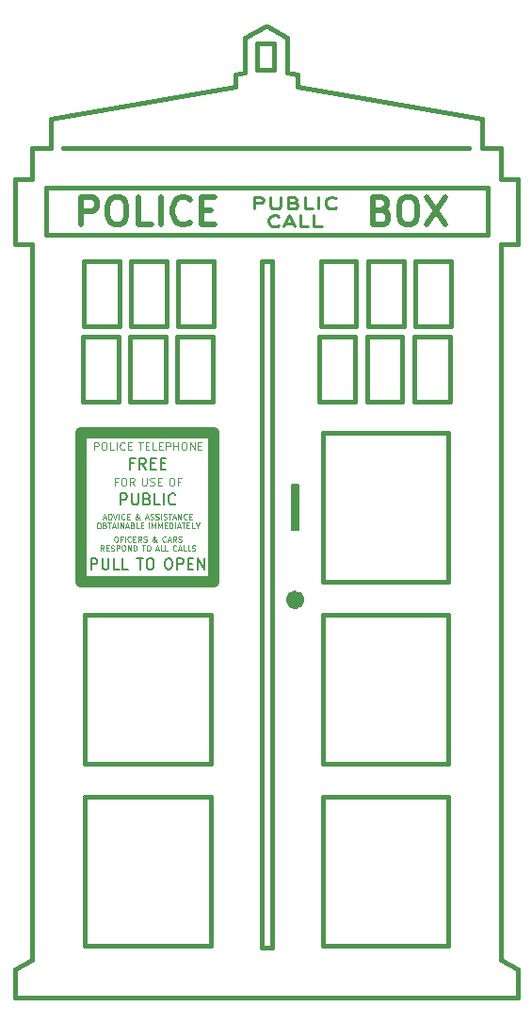
<source format=gto>
G04 #@! TF.GenerationSoftware,KiCad,Pcbnew,(6.99.0-2501-g45393f228a)*
G04 #@! TF.CreationDate,2022-07-20T10:21:51-05:00*
G04 #@! TF.ProjectId,tardis,74617264-6973-42e6-9b69-6361645f7063,rev?*
G04 #@! TF.SameCoordinates,Original*
G04 #@! TF.FileFunction,Legend,Top*
G04 #@! TF.FilePolarity,Positive*
%FSLAX46Y46*%
G04 Gerber Fmt 4.6, Leading zero omitted, Abs format (unit mm)*
G04 Created by KiCad (PCBNEW (6.99.0-2501-g45393f228a)) date 2022-07-20 10:21:51*
%MOMM*%
%LPD*%
G01*
G04 APERTURE LIST*
%ADD10C,0.400000*%
%ADD11C,0.150000*%
%ADD12C,1.000000*%
%ADD13C,0.856025*%
%ADD14C,0.500000*%
%ADD15C,0.100000*%
%ADD16C,0.250000*%
G04 APERTURE END LIST*
D10*
X167600000Y-150300000D02*
X166100000Y-149400000D01*
X122400000Y-150300000D02*
X122400000Y-152800000D01*
X122400000Y-152800000D02*
X145200000Y-152800000D01*
X167600000Y-79300000D02*
X166100000Y-79300000D01*
X143100000Y-66600000D02*
X143100000Y-69800000D01*
X128500000Y-93500000D02*
X131700000Y-93500000D01*
X131700000Y-93500000D02*
X131700000Y-99300000D01*
X131700000Y-99300000D02*
X128500000Y-99300000D01*
X128500000Y-99300000D02*
X128500000Y-93500000D01*
X132750000Y-93500000D02*
X135950000Y-93500000D01*
X135950000Y-93500000D02*
X135950000Y-99300000D01*
X135950000Y-99300000D02*
X132750000Y-99300000D01*
X132750000Y-99300000D02*
X132750000Y-93500000D01*
X123900000Y-149400000D02*
X122400000Y-150300000D01*
D11*
X147300000Y-106800000D02*
X147900000Y-106800000D01*
X147900000Y-106800000D02*
X147900000Y-110800000D01*
X147900000Y-110800000D02*
X147300000Y-110800000D01*
X147300000Y-110800000D02*
X147300000Y-106800000D01*
G36*
X147300000Y-106800000D02*
G01*
X147900000Y-106800000D01*
X147900000Y-110800000D01*
X147300000Y-110800000D01*
X147300000Y-106800000D01*
G37*
D10*
X144900000Y-65600000D02*
X143100000Y-66600000D01*
X125600000Y-73900000D02*
X125600000Y-76500000D01*
X128700000Y-134800000D02*
X140000000Y-134800000D01*
X140000000Y-134800000D02*
X140000000Y-148200000D01*
X140000000Y-148200000D02*
X128700000Y-148200000D01*
X128700000Y-148200000D02*
X128700000Y-134800000D01*
X150100000Y-134800000D02*
X161400000Y-134800000D01*
X161400000Y-134800000D02*
X161400000Y-148200000D01*
X161400000Y-148200000D02*
X150100000Y-148200000D01*
X150100000Y-148200000D02*
X150100000Y-134800000D01*
X167600000Y-85200000D02*
X167600000Y-79300000D01*
X164400000Y-73900000D02*
X147800000Y-71000000D01*
X147800000Y-71000000D02*
X147800000Y-69900000D01*
X122400000Y-79300000D02*
X122400000Y-85200000D01*
X158300000Y-93500000D02*
X161500000Y-93500000D01*
X161500000Y-93500000D02*
X161500000Y-99300000D01*
X161500000Y-99300000D02*
X158300000Y-99300000D01*
X158300000Y-99300000D02*
X158300000Y-93500000D01*
X142200000Y-71000000D02*
X125600000Y-73900000D01*
X143100000Y-69800000D02*
X142200000Y-69900000D01*
X128700000Y-118450000D02*
X140000000Y-118450000D01*
X140000000Y-118450000D02*
X140000000Y-131850000D01*
X140000000Y-131850000D02*
X128700000Y-131850000D01*
X128700000Y-131850000D02*
X128700000Y-118450000D01*
X146900000Y-69800000D02*
X146900000Y-66600000D01*
X166100000Y-85200000D02*
X167600000Y-85200000D01*
D12*
X128300000Y-102100000D02*
X140300000Y-102100000D01*
X140300000Y-102100000D02*
X140300000Y-115500000D01*
X140300000Y-115500000D02*
X128300000Y-115500000D01*
X128300000Y-115500000D02*
X128300000Y-102100000D01*
D13*
X148028012Y-117100000D02*
G75*
G03*
X148028012Y-117100000I-428012J0D01*
G01*
D10*
X144800000Y-152800000D02*
X167600000Y-152800000D01*
X144200000Y-67100000D02*
X145700000Y-67100000D01*
X145700000Y-67100000D02*
X145700000Y-69500000D01*
X145700000Y-69500000D02*
X144200000Y-69500000D01*
X144200000Y-69500000D02*
X144200000Y-67100000D01*
X167600000Y-152800000D02*
X167600000Y-150300000D01*
X123900000Y-79300000D02*
X122400000Y-79300000D01*
X126700000Y-76500000D02*
X163200000Y-76500000D01*
X137100000Y-86700000D02*
X140300000Y-86700000D01*
X140300000Y-86700000D02*
X140300000Y-92500000D01*
X140300000Y-92500000D02*
X137100000Y-92500000D01*
X137100000Y-92500000D02*
X137100000Y-86700000D01*
X166100000Y-79300000D02*
X166100000Y-76500000D01*
X132850000Y-86700000D02*
X136050000Y-86700000D01*
X136050000Y-86700000D02*
X136050000Y-92500000D01*
X136050000Y-92500000D02*
X132850000Y-92500000D01*
X132850000Y-92500000D02*
X132850000Y-86700000D01*
X150100000Y-102100000D02*
X161400000Y-102100000D01*
X161400000Y-102100000D02*
X161400000Y-115500000D01*
X161400000Y-115500000D02*
X150100000Y-115500000D01*
X150100000Y-115500000D02*
X150100000Y-102100000D01*
X166100000Y-149400000D02*
X166100000Y-85200000D01*
X144900000Y-65600000D02*
X145100000Y-65600000D01*
X125200000Y-80100000D02*
X164900000Y-80100000D01*
X164900000Y-80100000D02*
X164900000Y-84300000D01*
X164900000Y-84300000D02*
X125200000Y-84300000D01*
X125200000Y-84300000D02*
X125200000Y-80100000D01*
X154050000Y-93500000D02*
X157250000Y-93500000D01*
X157250000Y-93500000D02*
X157250000Y-99300000D01*
X157250000Y-99300000D02*
X154050000Y-99300000D01*
X154050000Y-99300000D02*
X154050000Y-93500000D01*
X142200000Y-69900000D02*
X142200000Y-71000000D01*
X123900000Y-85200000D02*
X123900000Y-149400000D01*
X166100000Y-76500000D02*
X164400000Y-76500000D01*
X164400000Y-76500000D02*
X164400000Y-73900000D01*
X149800000Y-93500000D02*
X153000000Y-93500000D01*
X153000000Y-93500000D02*
X153000000Y-99300000D01*
X153000000Y-99300000D02*
X149800000Y-99300000D01*
X149800000Y-99300000D02*
X149800000Y-93500000D01*
X128600000Y-86700000D02*
X131800000Y-86700000D01*
X131800000Y-86700000D02*
X131800000Y-92500000D01*
X131800000Y-92500000D02*
X128600000Y-92500000D01*
X128600000Y-92500000D02*
X128600000Y-86700000D01*
X125600000Y-76500000D02*
X123900000Y-76500000D01*
X154150000Y-86700000D02*
X157350000Y-86700000D01*
X157350000Y-86700000D02*
X157350000Y-92500000D01*
X157350000Y-92500000D02*
X154150000Y-92500000D01*
X154150000Y-92500000D02*
X154150000Y-86700000D01*
X146900000Y-66600000D02*
X145100000Y-65600000D01*
X149900000Y-86700000D02*
X153100000Y-86700000D01*
X153100000Y-86700000D02*
X153100000Y-92500000D01*
X153100000Y-92500000D02*
X149900000Y-92500000D01*
X149900000Y-92500000D02*
X149900000Y-86700000D01*
X158400000Y-86700000D02*
X161600000Y-86700000D01*
X161600000Y-86700000D02*
X161600000Y-92500000D01*
X161600000Y-92500000D02*
X158400000Y-92500000D01*
X158400000Y-92500000D02*
X158400000Y-86700000D01*
X123900000Y-76500000D02*
X123900000Y-79300000D01*
X150100000Y-118450000D02*
X161400000Y-118450000D01*
X161400000Y-118450000D02*
X161400000Y-131850000D01*
X161400000Y-131850000D02*
X150100000Y-131850000D01*
X150100000Y-131850000D02*
X150100000Y-118450000D01*
X137000000Y-93500000D02*
X140200000Y-93500000D01*
X140200000Y-93500000D02*
X140200000Y-99300000D01*
X140200000Y-99300000D02*
X137000000Y-99300000D01*
X137000000Y-99300000D02*
X137000000Y-93500000D01*
X122400000Y-85200000D02*
X123900000Y-85200000D01*
X144600000Y-86700000D02*
X145500000Y-86700000D01*
X145500000Y-86700000D02*
X145500000Y-148300000D01*
X145500000Y-148300000D02*
X144600000Y-148300000D01*
X144600000Y-148300000D02*
X144600000Y-86700000D01*
X147800000Y-69900000D02*
X146900000Y-69800000D01*
D11*
X131921429Y-108559878D02*
X131921429Y-107559878D01*
X131921429Y-107559878D02*
X132302381Y-107559878D01*
X132302381Y-107559878D02*
X132397619Y-107607498D01*
X132397619Y-107607498D02*
X132445238Y-107655117D01*
X132445238Y-107655117D02*
X132492857Y-107750355D01*
X132492857Y-107750355D02*
X132492857Y-107893212D01*
X132492857Y-107893212D02*
X132445238Y-107988450D01*
X132445238Y-107988450D02*
X132397619Y-108036069D01*
X132397619Y-108036069D02*
X132302381Y-108083688D01*
X132302381Y-108083688D02*
X131921429Y-108083688D01*
X132921429Y-107559878D02*
X132921429Y-108369402D01*
X132921429Y-108369402D02*
X132969048Y-108464640D01*
X132969048Y-108464640D02*
X133016667Y-108512259D01*
X133016667Y-108512259D02*
X133111905Y-108559878D01*
X133111905Y-108559878D02*
X133302381Y-108559878D01*
X133302381Y-108559878D02*
X133397619Y-108512259D01*
X133397619Y-108512259D02*
X133445238Y-108464640D01*
X133445238Y-108464640D02*
X133492857Y-108369402D01*
X133492857Y-108369402D02*
X133492857Y-107559878D01*
X134302381Y-108036069D02*
X134445238Y-108083688D01*
X134445238Y-108083688D02*
X134492857Y-108131307D01*
X134492857Y-108131307D02*
X134540476Y-108226545D01*
X134540476Y-108226545D02*
X134540476Y-108369402D01*
X134540476Y-108369402D02*
X134492857Y-108464640D01*
X134492857Y-108464640D02*
X134445238Y-108512259D01*
X134445238Y-108512259D02*
X134350000Y-108559878D01*
X134350000Y-108559878D02*
X133969048Y-108559878D01*
X133969048Y-108559878D02*
X133969048Y-107559878D01*
X133969048Y-107559878D02*
X134302381Y-107559878D01*
X134302381Y-107559878D02*
X134397619Y-107607498D01*
X134397619Y-107607498D02*
X134445238Y-107655117D01*
X134445238Y-107655117D02*
X134492857Y-107750355D01*
X134492857Y-107750355D02*
X134492857Y-107845593D01*
X134492857Y-107845593D02*
X134445238Y-107940831D01*
X134445238Y-107940831D02*
X134397619Y-107988450D01*
X134397619Y-107988450D02*
X134302381Y-108036069D01*
X134302381Y-108036069D02*
X133969048Y-108036069D01*
X135445238Y-108559878D02*
X134969048Y-108559878D01*
X134969048Y-108559878D02*
X134969048Y-107559878D01*
X135778572Y-108559878D02*
X135778572Y-107559878D01*
X136826190Y-108464640D02*
X136778571Y-108512259D01*
X136778571Y-108512259D02*
X136635714Y-108559878D01*
X136635714Y-108559878D02*
X136540476Y-108559878D01*
X136540476Y-108559878D02*
X136397619Y-108512259D01*
X136397619Y-108512259D02*
X136302381Y-108417021D01*
X136302381Y-108417021D02*
X136254762Y-108321783D01*
X136254762Y-108321783D02*
X136207143Y-108131307D01*
X136207143Y-108131307D02*
X136207143Y-107988450D01*
X136207143Y-107988450D02*
X136254762Y-107797974D01*
X136254762Y-107797974D02*
X136302381Y-107702736D01*
X136302381Y-107702736D02*
X136397619Y-107607498D01*
X136397619Y-107607498D02*
X136540476Y-107559878D01*
X136540476Y-107559878D02*
X136635714Y-107559878D01*
X136635714Y-107559878D02*
X136778571Y-107607498D01*
X136778571Y-107607498D02*
X136826190Y-107655117D01*
D14*
X155378571Y-82111428D02*
X155735714Y-82230476D01*
X155735714Y-82230476D02*
X155854761Y-82349523D01*
X155854761Y-82349523D02*
X155973809Y-82587619D01*
X155973809Y-82587619D02*
X155973809Y-82944761D01*
X155973809Y-82944761D02*
X155854761Y-83182857D01*
X155854761Y-83182857D02*
X155735714Y-83301904D01*
X155735714Y-83301904D02*
X155497619Y-83420952D01*
X155497619Y-83420952D02*
X154545238Y-83420952D01*
X154545238Y-83420952D02*
X154545238Y-80920952D01*
X154545238Y-80920952D02*
X155378571Y-80920952D01*
X155378571Y-80920952D02*
X155616666Y-81040000D01*
X155616666Y-81040000D02*
X155735714Y-81159047D01*
X155735714Y-81159047D02*
X155854761Y-81397142D01*
X155854761Y-81397142D02*
X155854761Y-81635238D01*
X155854761Y-81635238D02*
X155735714Y-81873333D01*
X155735714Y-81873333D02*
X155616666Y-81992380D01*
X155616666Y-81992380D02*
X155378571Y-82111428D01*
X155378571Y-82111428D02*
X154545238Y-82111428D01*
X157521428Y-80920952D02*
X157997619Y-80920952D01*
X157997619Y-80920952D02*
X158235714Y-81040000D01*
X158235714Y-81040000D02*
X158473809Y-81278095D01*
X158473809Y-81278095D02*
X158592857Y-81754285D01*
X158592857Y-81754285D02*
X158592857Y-82587619D01*
X158592857Y-82587619D02*
X158473809Y-83063809D01*
X158473809Y-83063809D02*
X158235714Y-83301904D01*
X158235714Y-83301904D02*
X157997619Y-83420952D01*
X157997619Y-83420952D02*
X157521428Y-83420952D01*
X157521428Y-83420952D02*
X157283333Y-83301904D01*
X157283333Y-83301904D02*
X157045238Y-83063809D01*
X157045238Y-83063809D02*
X156926190Y-82587619D01*
X156926190Y-82587619D02*
X156926190Y-81754285D01*
X156926190Y-81754285D02*
X157045238Y-81278095D01*
X157045238Y-81278095D02*
X157283333Y-81040000D01*
X157283333Y-81040000D02*
X157521428Y-80920952D01*
X159426190Y-80920952D02*
X161092857Y-83420952D01*
X161092857Y-80920952D02*
X159426190Y-83420952D01*
X128372619Y-83420952D02*
X128372619Y-80920952D01*
X128372619Y-80920952D02*
X129325000Y-80920952D01*
X129325000Y-80920952D02*
X129563095Y-81040000D01*
X129563095Y-81040000D02*
X129682142Y-81159047D01*
X129682142Y-81159047D02*
X129801190Y-81397142D01*
X129801190Y-81397142D02*
X129801190Y-81754285D01*
X129801190Y-81754285D02*
X129682142Y-81992380D01*
X129682142Y-81992380D02*
X129563095Y-82111428D01*
X129563095Y-82111428D02*
X129325000Y-82230476D01*
X129325000Y-82230476D02*
X128372619Y-82230476D01*
X131348809Y-80920952D02*
X131825000Y-80920952D01*
X131825000Y-80920952D02*
X132063095Y-81040000D01*
X132063095Y-81040000D02*
X132301190Y-81278095D01*
X132301190Y-81278095D02*
X132420238Y-81754285D01*
X132420238Y-81754285D02*
X132420238Y-82587619D01*
X132420238Y-82587619D02*
X132301190Y-83063809D01*
X132301190Y-83063809D02*
X132063095Y-83301904D01*
X132063095Y-83301904D02*
X131825000Y-83420952D01*
X131825000Y-83420952D02*
X131348809Y-83420952D01*
X131348809Y-83420952D02*
X131110714Y-83301904D01*
X131110714Y-83301904D02*
X130872619Y-83063809D01*
X130872619Y-83063809D02*
X130753571Y-82587619D01*
X130753571Y-82587619D02*
X130753571Y-81754285D01*
X130753571Y-81754285D02*
X130872619Y-81278095D01*
X130872619Y-81278095D02*
X131110714Y-81040000D01*
X131110714Y-81040000D02*
X131348809Y-80920952D01*
X134682143Y-83420952D02*
X133491667Y-83420952D01*
X133491667Y-83420952D02*
X133491667Y-80920952D01*
X135515477Y-83420952D02*
X135515477Y-80920952D01*
X138134524Y-83182857D02*
X138015476Y-83301904D01*
X138015476Y-83301904D02*
X137658334Y-83420952D01*
X137658334Y-83420952D02*
X137420238Y-83420952D01*
X137420238Y-83420952D02*
X137063095Y-83301904D01*
X137063095Y-83301904D02*
X136825000Y-83063809D01*
X136825000Y-83063809D02*
X136705953Y-82825714D01*
X136705953Y-82825714D02*
X136586905Y-82349523D01*
X136586905Y-82349523D02*
X136586905Y-81992380D01*
X136586905Y-81992380D02*
X136705953Y-81516190D01*
X136705953Y-81516190D02*
X136825000Y-81278095D01*
X136825000Y-81278095D02*
X137063095Y-81040000D01*
X137063095Y-81040000D02*
X137420238Y-80920952D01*
X137420238Y-80920952D02*
X137658334Y-80920952D01*
X137658334Y-80920952D02*
X138015476Y-81040000D01*
X138015476Y-81040000D02*
X138134524Y-81159047D01*
X139205953Y-82111428D02*
X140039286Y-82111428D01*
X140396429Y-83420952D02*
X139205953Y-83420952D01*
X139205953Y-83420952D02*
X139205953Y-80920952D01*
X139205953Y-80920952D02*
X140396429Y-80920952D01*
D11*
X133088095Y-104842737D02*
X132754762Y-104842737D01*
X132754762Y-105366546D02*
X132754762Y-104366546D01*
X132754762Y-104366546D02*
X133230952Y-104366546D01*
X134183333Y-105366546D02*
X133850000Y-104890356D01*
X133611905Y-105366546D02*
X133611905Y-104366546D01*
X133611905Y-104366546D02*
X133992857Y-104366546D01*
X133992857Y-104366546D02*
X134088095Y-104414166D01*
X134088095Y-104414166D02*
X134135714Y-104461785D01*
X134135714Y-104461785D02*
X134183333Y-104557023D01*
X134183333Y-104557023D02*
X134183333Y-104699880D01*
X134183333Y-104699880D02*
X134135714Y-104795118D01*
X134135714Y-104795118D02*
X134088095Y-104842737D01*
X134088095Y-104842737D02*
X133992857Y-104890356D01*
X133992857Y-104890356D02*
X133611905Y-104890356D01*
X134611905Y-104842737D02*
X134945238Y-104842737D01*
X135088095Y-105366546D02*
X134611905Y-105366546D01*
X134611905Y-105366546D02*
X134611905Y-104366546D01*
X134611905Y-104366546D02*
X135088095Y-104366546D01*
X135516667Y-104842737D02*
X135850000Y-104842737D01*
X135992857Y-105366546D02*
X135516667Y-105366546D01*
X135516667Y-105366546D02*
X135516667Y-104366546D01*
X135516667Y-104366546D02*
X135992857Y-104366546D01*
X129250000Y-114382380D02*
X129250000Y-113382380D01*
X129250000Y-113382380D02*
X129630952Y-113382380D01*
X129630952Y-113382380D02*
X129726190Y-113430000D01*
X129726190Y-113430000D02*
X129773809Y-113477619D01*
X129773809Y-113477619D02*
X129821428Y-113572857D01*
X129821428Y-113572857D02*
X129821428Y-113715714D01*
X129821428Y-113715714D02*
X129773809Y-113810952D01*
X129773809Y-113810952D02*
X129726190Y-113858571D01*
X129726190Y-113858571D02*
X129630952Y-113906190D01*
X129630952Y-113906190D02*
X129250000Y-113906190D01*
X130250000Y-113382380D02*
X130250000Y-114191904D01*
X130250000Y-114191904D02*
X130297619Y-114287142D01*
X130297619Y-114287142D02*
X130345238Y-114334761D01*
X130345238Y-114334761D02*
X130440476Y-114382380D01*
X130440476Y-114382380D02*
X130630952Y-114382380D01*
X130630952Y-114382380D02*
X130726190Y-114334761D01*
X130726190Y-114334761D02*
X130773809Y-114287142D01*
X130773809Y-114287142D02*
X130821428Y-114191904D01*
X130821428Y-114191904D02*
X130821428Y-113382380D01*
X131773809Y-114382380D02*
X131297619Y-114382380D01*
X131297619Y-114382380D02*
X131297619Y-113382380D01*
X132583333Y-114382380D02*
X132107143Y-114382380D01*
X132107143Y-114382380D02*
X132107143Y-113382380D01*
X133373810Y-113382380D02*
X133945238Y-113382380D01*
X133659524Y-114382380D02*
X133659524Y-113382380D01*
X134469048Y-113382380D02*
X134659524Y-113382380D01*
X134659524Y-113382380D02*
X134754762Y-113430000D01*
X134754762Y-113430000D02*
X134850000Y-113525238D01*
X134850000Y-113525238D02*
X134897619Y-113715714D01*
X134897619Y-113715714D02*
X134897619Y-114049047D01*
X134897619Y-114049047D02*
X134850000Y-114239523D01*
X134850000Y-114239523D02*
X134754762Y-114334761D01*
X134754762Y-114334761D02*
X134659524Y-114382380D01*
X134659524Y-114382380D02*
X134469048Y-114382380D01*
X134469048Y-114382380D02*
X134373810Y-114334761D01*
X134373810Y-114334761D02*
X134278572Y-114239523D01*
X134278572Y-114239523D02*
X134230953Y-114049047D01*
X134230953Y-114049047D02*
X134230953Y-113715714D01*
X134230953Y-113715714D02*
X134278572Y-113525238D01*
X134278572Y-113525238D02*
X134373810Y-113430000D01*
X134373810Y-113430000D02*
X134469048Y-113382380D01*
X136116667Y-113382380D02*
X136307143Y-113382380D01*
X136307143Y-113382380D02*
X136402381Y-113430000D01*
X136402381Y-113430000D02*
X136497619Y-113525238D01*
X136497619Y-113525238D02*
X136545238Y-113715714D01*
X136545238Y-113715714D02*
X136545238Y-114049047D01*
X136545238Y-114049047D02*
X136497619Y-114239523D01*
X136497619Y-114239523D02*
X136402381Y-114334761D01*
X136402381Y-114334761D02*
X136307143Y-114382380D01*
X136307143Y-114382380D02*
X136116667Y-114382380D01*
X136116667Y-114382380D02*
X136021429Y-114334761D01*
X136021429Y-114334761D02*
X135926191Y-114239523D01*
X135926191Y-114239523D02*
X135878572Y-114049047D01*
X135878572Y-114049047D02*
X135878572Y-113715714D01*
X135878572Y-113715714D02*
X135926191Y-113525238D01*
X135926191Y-113525238D02*
X136021429Y-113430000D01*
X136021429Y-113430000D02*
X136116667Y-113382380D01*
X136973810Y-114382380D02*
X136973810Y-113382380D01*
X136973810Y-113382380D02*
X137354762Y-113382380D01*
X137354762Y-113382380D02*
X137450000Y-113430000D01*
X137450000Y-113430000D02*
X137497619Y-113477619D01*
X137497619Y-113477619D02*
X137545238Y-113572857D01*
X137545238Y-113572857D02*
X137545238Y-113715714D01*
X137545238Y-113715714D02*
X137497619Y-113810952D01*
X137497619Y-113810952D02*
X137450000Y-113858571D01*
X137450000Y-113858571D02*
X137354762Y-113906190D01*
X137354762Y-113906190D02*
X136973810Y-113906190D01*
X137973810Y-113858571D02*
X138307143Y-113858571D01*
X138450000Y-114382380D02*
X137973810Y-114382380D01*
X137973810Y-114382380D02*
X137973810Y-113382380D01*
X137973810Y-113382380D02*
X138450000Y-113382380D01*
X138878572Y-114382380D02*
X138878572Y-113382380D01*
X138878572Y-113382380D02*
X139450000Y-114382380D01*
X139450000Y-114382380D02*
X139450000Y-113382380D01*
D15*
X129523334Y-103647666D02*
X129523334Y-102947666D01*
X129523334Y-102947666D02*
X129790001Y-102947666D01*
X129790001Y-102947666D02*
X129856668Y-102981000D01*
X129856668Y-102981000D02*
X129890001Y-103014333D01*
X129890001Y-103014333D02*
X129923334Y-103081000D01*
X129923334Y-103081000D02*
X129923334Y-103181000D01*
X129923334Y-103181000D02*
X129890001Y-103247666D01*
X129890001Y-103247666D02*
X129856668Y-103281000D01*
X129856668Y-103281000D02*
X129790001Y-103314333D01*
X129790001Y-103314333D02*
X129523334Y-103314333D01*
X130356668Y-102947666D02*
X130490001Y-102947666D01*
X130490001Y-102947666D02*
X130556668Y-102981000D01*
X130556668Y-102981000D02*
X130623334Y-103047666D01*
X130623334Y-103047666D02*
X130656668Y-103181000D01*
X130656668Y-103181000D02*
X130656668Y-103414333D01*
X130656668Y-103414333D02*
X130623334Y-103547666D01*
X130623334Y-103547666D02*
X130556668Y-103614333D01*
X130556668Y-103614333D02*
X130490001Y-103647666D01*
X130490001Y-103647666D02*
X130356668Y-103647666D01*
X130356668Y-103647666D02*
X130290001Y-103614333D01*
X130290001Y-103614333D02*
X130223334Y-103547666D01*
X130223334Y-103547666D02*
X130190001Y-103414333D01*
X130190001Y-103414333D02*
X130190001Y-103181000D01*
X130190001Y-103181000D02*
X130223334Y-103047666D01*
X130223334Y-103047666D02*
X130290001Y-102981000D01*
X130290001Y-102981000D02*
X130356668Y-102947666D01*
X131290001Y-103647666D02*
X130956667Y-103647666D01*
X130956667Y-103647666D02*
X130956667Y-102947666D01*
X131523334Y-103647666D02*
X131523334Y-102947666D01*
X132256667Y-103581000D02*
X132223334Y-103614333D01*
X132223334Y-103614333D02*
X132123334Y-103647666D01*
X132123334Y-103647666D02*
X132056667Y-103647666D01*
X132056667Y-103647666D02*
X131956667Y-103614333D01*
X131956667Y-103614333D02*
X131890001Y-103547666D01*
X131890001Y-103547666D02*
X131856667Y-103481000D01*
X131856667Y-103481000D02*
X131823334Y-103347666D01*
X131823334Y-103347666D02*
X131823334Y-103247666D01*
X131823334Y-103247666D02*
X131856667Y-103114333D01*
X131856667Y-103114333D02*
X131890001Y-103047666D01*
X131890001Y-103047666D02*
X131956667Y-102981000D01*
X131956667Y-102981000D02*
X132056667Y-102947666D01*
X132056667Y-102947666D02*
X132123334Y-102947666D01*
X132123334Y-102947666D02*
X132223334Y-102981000D01*
X132223334Y-102981000D02*
X132256667Y-103014333D01*
X132556667Y-103281000D02*
X132790001Y-103281000D01*
X132890001Y-103647666D02*
X132556667Y-103647666D01*
X132556667Y-103647666D02*
X132556667Y-102947666D01*
X132556667Y-102947666D02*
X132890001Y-102947666D01*
X133510000Y-102947666D02*
X133910000Y-102947666D01*
X133710000Y-103647666D02*
X133710000Y-102947666D01*
X134143333Y-103281000D02*
X134376667Y-103281000D01*
X134476667Y-103647666D02*
X134143333Y-103647666D01*
X134143333Y-103647666D02*
X134143333Y-102947666D01*
X134143333Y-102947666D02*
X134476667Y-102947666D01*
X135110000Y-103647666D02*
X134776666Y-103647666D01*
X134776666Y-103647666D02*
X134776666Y-102947666D01*
X135343333Y-103281000D02*
X135576667Y-103281000D01*
X135676667Y-103647666D02*
X135343333Y-103647666D01*
X135343333Y-103647666D02*
X135343333Y-102947666D01*
X135343333Y-102947666D02*
X135676667Y-102947666D01*
X135976666Y-103647666D02*
X135976666Y-102947666D01*
X135976666Y-102947666D02*
X136243333Y-102947666D01*
X136243333Y-102947666D02*
X136310000Y-102981000D01*
X136310000Y-102981000D02*
X136343333Y-103014333D01*
X136343333Y-103014333D02*
X136376666Y-103081000D01*
X136376666Y-103081000D02*
X136376666Y-103181000D01*
X136376666Y-103181000D02*
X136343333Y-103247666D01*
X136343333Y-103247666D02*
X136310000Y-103281000D01*
X136310000Y-103281000D02*
X136243333Y-103314333D01*
X136243333Y-103314333D02*
X135976666Y-103314333D01*
X136676666Y-103647666D02*
X136676666Y-102947666D01*
X136676666Y-103281000D02*
X137076666Y-103281000D01*
X137076666Y-103647666D02*
X137076666Y-102947666D01*
X137543333Y-102947666D02*
X137676666Y-102947666D01*
X137676666Y-102947666D02*
X137743333Y-102981000D01*
X137743333Y-102981000D02*
X137809999Y-103047666D01*
X137809999Y-103047666D02*
X137843333Y-103181000D01*
X137843333Y-103181000D02*
X137843333Y-103414333D01*
X137843333Y-103414333D02*
X137809999Y-103547666D01*
X137809999Y-103547666D02*
X137743333Y-103614333D01*
X137743333Y-103614333D02*
X137676666Y-103647666D01*
X137676666Y-103647666D02*
X137543333Y-103647666D01*
X137543333Y-103647666D02*
X137476666Y-103614333D01*
X137476666Y-103614333D02*
X137409999Y-103547666D01*
X137409999Y-103547666D02*
X137376666Y-103414333D01*
X137376666Y-103414333D02*
X137376666Y-103181000D01*
X137376666Y-103181000D02*
X137409999Y-103047666D01*
X137409999Y-103047666D02*
X137476666Y-102981000D01*
X137476666Y-102981000D02*
X137543333Y-102947666D01*
X138143332Y-103647666D02*
X138143332Y-102947666D01*
X138143332Y-102947666D02*
X138543332Y-103647666D01*
X138543332Y-103647666D02*
X138543332Y-102947666D01*
X138876665Y-103281000D02*
X139109999Y-103281000D01*
X139209999Y-103647666D02*
X138876665Y-103647666D01*
X138876665Y-103647666D02*
X138876665Y-102947666D01*
X138876665Y-102947666D02*
X139209999Y-102947666D01*
X131630001Y-106474332D02*
X131396667Y-106474332D01*
X131396667Y-106840998D02*
X131396667Y-106140998D01*
X131396667Y-106140998D02*
X131730001Y-106140998D01*
X132130001Y-106140998D02*
X132263334Y-106140998D01*
X132263334Y-106140998D02*
X132330001Y-106174332D01*
X132330001Y-106174332D02*
X132396667Y-106240998D01*
X132396667Y-106240998D02*
X132430001Y-106374332D01*
X132430001Y-106374332D02*
X132430001Y-106607665D01*
X132430001Y-106607665D02*
X132396667Y-106740998D01*
X132396667Y-106740998D02*
X132330001Y-106807665D01*
X132330001Y-106807665D02*
X132263334Y-106840998D01*
X132263334Y-106840998D02*
X132130001Y-106840998D01*
X132130001Y-106840998D02*
X132063334Y-106807665D01*
X132063334Y-106807665D02*
X131996667Y-106740998D01*
X131996667Y-106740998D02*
X131963334Y-106607665D01*
X131963334Y-106607665D02*
X131963334Y-106374332D01*
X131963334Y-106374332D02*
X131996667Y-106240998D01*
X131996667Y-106240998D02*
X132063334Y-106174332D01*
X132063334Y-106174332D02*
X132130001Y-106140998D01*
X133130000Y-106840998D02*
X132896667Y-106507665D01*
X132730000Y-106840998D02*
X132730000Y-106140998D01*
X132730000Y-106140998D02*
X132996667Y-106140998D01*
X132996667Y-106140998D02*
X133063334Y-106174332D01*
X133063334Y-106174332D02*
X133096667Y-106207665D01*
X133096667Y-106207665D02*
X133130000Y-106274332D01*
X133130000Y-106274332D02*
X133130000Y-106374332D01*
X133130000Y-106374332D02*
X133096667Y-106440998D01*
X133096667Y-106440998D02*
X133063334Y-106474332D01*
X133063334Y-106474332D02*
X132996667Y-106507665D01*
X132996667Y-106507665D02*
X132730000Y-106507665D01*
X133850000Y-106140998D02*
X133850000Y-106707665D01*
X133850000Y-106707665D02*
X133883334Y-106774332D01*
X133883334Y-106774332D02*
X133916667Y-106807665D01*
X133916667Y-106807665D02*
X133983334Y-106840998D01*
X133983334Y-106840998D02*
X134116667Y-106840998D01*
X134116667Y-106840998D02*
X134183334Y-106807665D01*
X134183334Y-106807665D02*
X134216667Y-106774332D01*
X134216667Y-106774332D02*
X134250000Y-106707665D01*
X134250000Y-106707665D02*
X134250000Y-106140998D01*
X134550000Y-106807665D02*
X134650000Y-106840998D01*
X134650000Y-106840998D02*
X134816667Y-106840998D01*
X134816667Y-106840998D02*
X134883333Y-106807665D01*
X134883333Y-106807665D02*
X134916667Y-106774332D01*
X134916667Y-106774332D02*
X134950000Y-106707665D01*
X134950000Y-106707665D02*
X134950000Y-106640998D01*
X134950000Y-106640998D02*
X134916667Y-106574332D01*
X134916667Y-106574332D02*
X134883333Y-106540998D01*
X134883333Y-106540998D02*
X134816667Y-106507665D01*
X134816667Y-106507665D02*
X134683333Y-106474332D01*
X134683333Y-106474332D02*
X134616667Y-106440998D01*
X134616667Y-106440998D02*
X134583333Y-106407665D01*
X134583333Y-106407665D02*
X134550000Y-106340998D01*
X134550000Y-106340998D02*
X134550000Y-106274332D01*
X134550000Y-106274332D02*
X134583333Y-106207665D01*
X134583333Y-106207665D02*
X134616667Y-106174332D01*
X134616667Y-106174332D02*
X134683333Y-106140998D01*
X134683333Y-106140998D02*
X134850000Y-106140998D01*
X134850000Y-106140998D02*
X134950000Y-106174332D01*
X135250000Y-106474332D02*
X135483334Y-106474332D01*
X135583334Y-106840998D02*
X135250000Y-106840998D01*
X135250000Y-106840998D02*
X135250000Y-106140998D01*
X135250000Y-106140998D02*
X135583334Y-106140998D01*
X136436667Y-106140998D02*
X136570000Y-106140998D01*
X136570000Y-106140998D02*
X136636667Y-106174332D01*
X136636667Y-106174332D02*
X136703333Y-106240998D01*
X136703333Y-106240998D02*
X136736667Y-106374332D01*
X136736667Y-106374332D02*
X136736667Y-106607665D01*
X136736667Y-106607665D02*
X136703333Y-106740998D01*
X136703333Y-106740998D02*
X136636667Y-106807665D01*
X136636667Y-106807665D02*
X136570000Y-106840998D01*
X136570000Y-106840998D02*
X136436667Y-106840998D01*
X136436667Y-106840998D02*
X136370000Y-106807665D01*
X136370000Y-106807665D02*
X136303333Y-106740998D01*
X136303333Y-106740998D02*
X136270000Y-106607665D01*
X136270000Y-106607665D02*
X136270000Y-106374332D01*
X136270000Y-106374332D02*
X136303333Y-106240998D01*
X136303333Y-106240998D02*
X136370000Y-106174332D01*
X136370000Y-106174332D02*
X136436667Y-106140998D01*
X137270000Y-106474332D02*
X137036666Y-106474332D01*
X137036666Y-106840998D02*
X137036666Y-106140998D01*
X137036666Y-106140998D02*
X137370000Y-106140998D01*
X131442857Y-111397020D02*
X131538095Y-111397020D01*
X131538095Y-111397020D02*
X131585714Y-111420830D01*
X131585714Y-111420830D02*
X131633333Y-111468449D01*
X131633333Y-111468449D02*
X131657143Y-111563687D01*
X131657143Y-111563687D02*
X131657143Y-111730353D01*
X131657143Y-111730353D02*
X131633333Y-111825591D01*
X131633333Y-111825591D02*
X131585714Y-111873210D01*
X131585714Y-111873210D02*
X131538095Y-111897020D01*
X131538095Y-111897020D02*
X131442857Y-111897020D01*
X131442857Y-111897020D02*
X131395238Y-111873210D01*
X131395238Y-111873210D02*
X131347619Y-111825591D01*
X131347619Y-111825591D02*
X131323810Y-111730353D01*
X131323810Y-111730353D02*
X131323810Y-111563687D01*
X131323810Y-111563687D02*
X131347619Y-111468449D01*
X131347619Y-111468449D02*
X131395238Y-111420830D01*
X131395238Y-111420830D02*
X131442857Y-111397020D01*
X132038096Y-111635115D02*
X131871429Y-111635115D01*
X131871429Y-111897020D02*
X131871429Y-111397020D01*
X131871429Y-111397020D02*
X132109524Y-111397020D01*
X132300000Y-111897020D02*
X132300000Y-111397020D01*
X132823809Y-111849401D02*
X132800000Y-111873210D01*
X132800000Y-111873210D02*
X132728571Y-111897020D01*
X132728571Y-111897020D02*
X132680952Y-111897020D01*
X132680952Y-111897020D02*
X132609524Y-111873210D01*
X132609524Y-111873210D02*
X132561905Y-111825591D01*
X132561905Y-111825591D02*
X132538095Y-111777972D01*
X132538095Y-111777972D02*
X132514286Y-111682734D01*
X132514286Y-111682734D02*
X132514286Y-111611306D01*
X132514286Y-111611306D02*
X132538095Y-111516068D01*
X132538095Y-111516068D02*
X132561905Y-111468449D01*
X132561905Y-111468449D02*
X132609524Y-111420830D01*
X132609524Y-111420830D02*
X132680952Y-111397020D01*
X132680952Y-111397020D02*
X132728571Y-111397020D01*
X132728571Y-111397020D02*
X132800000Y-111420830D01*
X132800000Y-111420830D02*
X132823809Y-111444639D01*
X133038095Y-111635115D02*
X133204762Y-111635115D01*
X133276190Y-111897020D02*
X133038095Y-111897020D01*
X133038095Y-111897020D02*
X133038095Y-111397020D01*
X133038095Y-111397020D02*
X133276190Y-111397020D01*
X133776190Y-111897020D02*
X133609524Y-111658925D01*
X133490476Y-111897020D02*
X133490476Y-111397020D01*
X133490476Y-111397020D02*
X133680952Y-111397020D01*
X133680952Y-111397020D02*
X133728571Y-111420830D01*
X133728571Y-111420830D02*
X133752381Y-111444639D01*
X133752381Y-111444639D02*
X133776190Y-111492258D01*
X133776190Y-111492258D02*
X133776190Y-111563687D01*
X133776190Y-111563687D02*
X133752381Y-111611306D01*
X133752381Y-111611306D02*
X133728571Y-111635115D01*
X133728571Y-111635115D02*
X133680952Y-111658925D01*
X133680952Y-111658925D02*
X133490476Y-111658925D01*
X133966667Y-111873210D02*
X134038095Y-111897020D01*
X134038095Y-111897020D02*
X134157143Y-111897020D01*
X134157143Y-111897020D02*
X134204762Y-111873210D01*
X134204762Y-111873210D02*
X134228571Y-111849401D01*
X134228571Y-111849401D02*
X134252381Y-111801782D01*
X134252381Y-111801782D02*
X134252381Y-111754163D01*
X134252381Y-111754163D02*
X134228571Y-111706544D01*
X134228571Y-111706544D02*
X134204762Y-111682734D01*
X134204762Y-111682734D02*
X134157143Y-111658925D01*
X134157143Y-111658925D02*
X134061905Y-111635115D01*
X134061905Y-111635115D02*
X134014286Y-111611306D01*
X134014286Y-111611306D02*
X133990476Y-111587496D01*
X133990476Y-111587496D02*
X133966667Y-111539877D01*
X133966667Y-111539877D02*
X133966667Y-111492258D01*
X133966667Y-111492258D02*
X133990476Y-111444639D01*
X133990476Y-111444639D02*
X134014286Y-111420830D01*
X134014286Y-111420830D02*
X134061905Y-111397020D01*
X134061905Y-111397020D02*
X134180952Y-111397020D01*
X134180952Y-111397020D02*
X134252381Y-111420830D01*
X135171428Y-111897020D02*
X135147619Y-111897020D01*
X135147619Y-111897020D02*
X135099999Y-111873210D01*
X135099999Y-111873210D02*
X135028571Y-111801782D01*
X135028571Y-111801782D02*
X134909523Y-111658925D01*
X134909523Y-111658925D02*
X134861904Y-111587496D01*
X134861904Y-111587496D02*
X134838095Y-111516068D01*
X134838095Y-111516068D02*
X134838095Y-111468449D01*
X134838095Y-111468449D02*
X134861904Y-111420830D01*
X134861904Y-111420830D02*
X134909523Y-111397020D01*
X134909523Y-111397020D02*
X134933333Y-111397020D01*
X134933333Y-111397020D02*
X134980952Y-111420830D01*
X134980952Y-111420830D02*
X135004761Y-111468449D01*
X135004761Y-111468449D02*
X135004761Y-111492258D01*
X135004761Y-111492258D02*
X134980952Y-111539877D01*
X134980952Y-111539877D02*
X134957142Y-111563687D01*
X134957142Y-111563687D02*
X134814285Y-111658925D01*
X134814285Y-111658925D02*
X134790476Y-111682734D01*
X134790476Y-111682734D02*
X134766666Y-111730353D01*
X134766666Y-111730353D02*
X134766666Y-111801782D01*
X134766666Y-111801782D02*
X134790476Y-111849401D01*
X134790476Y-111849401D02*
X134814285Y-111873210D01*
X134814285Y-111873210D02*
X134861904Y-111897020D01*
X134861904Y-111897020D02*
X134933333Y-111897020D01*
X134933333Y-111897020D02*
X134980952Y-111873210D01*
X134980952Y-111873210D02*
X135004761Y-111849401D01*
X135004761Y-111849401D02*
X135076190Y-111754163D01*
X135076190Y-111754163D02*
X135099999Y-111682734D01*
X135099999Y-111682734D02*
X135099999Y-111635115D01*
X135971428Y-111849401D02*
X135947619Y-111873210D01*
X135947619Y-111873210D02*
X135876190Y-111897020D01*
X135876190Y-111897020D02*
X135828571Y-111897020D01*
X135828571Y-111897020D02*
X135757143Y-111873210D01*
X135757143Y-111873210D02*
X135709524Y-111825591D01*
X135709524Y-111825591D02*
X135685714Y-111777972D01*
X135685714Y-111777972D02*
X135661905Y-111682734D01*
X135661905Y-111682734D02*
X135661905Y-111611306D01*
X135661905Y-111611306D02*
X135685714Y-111516068D01*
X135685714Y-111516068D02*
X135709524Y-111468449D01*
X135709524Y-111468449D02*
X135757143Y-111420830D01*
X135757143Y-111420830D02*
X135828571Y-111397020D01*
X135828571Y-111397020D02*
X135876190Y-111397020D01*
X135876190Y-111397020D02*
X135947619Y-111420830D01*
X135947619Y-111420830D02*
X135971428Y-111444639D01*
X136161905Y-111754163D02*
X136400000Y-111754163D01*
X136114286Y-111897020D02*
X136280952Y-111397020D01*
X136280952Y-111397020D02*
X136447619Y-111897020D01*
X136899999Y-111897020D02*
X136733333Y-111658925D01*
X136614285Y-111897020D02*
X136614285Y-111397020D01*
X136614285Y-111397020D02*
X136804761Y-111397020D01*
X136804761Y-111397020D02*
X136852380Y-111420830D01*
X136852380Y-111420830D02*
X136876190Y-111444639D01*
X136876190Y-111444639D02*
X136899999Y-111492258D01*
X136899999Y-111492258D02*
X136899999Y-111563687D01*
X136899999Y-111563687D02*
X136876190Y-111611306D01*
X136876190Y-111611306D02*
X136852380Y-111635115D01*
X136852380Y-111635115D02*
X136804761Y-111658925D01*
X136804761Y-111658925D02*
X136614285Y-111658925D01*
X137090476Y-111873210D02*
X137161904Y-111897020D01*
X137161904Y-111897020D02*
X137280952Y-111897020D01*
X137280952Y-111897020D02*
X137328571Y-111873210D01*
X137328571Y-111873210D02*
X137352380Y-111849401D01*
X137352380Y-111849401D02*
X137376190Y-111801782D01*
X137376190Y-111801782D02*
X137376190Y-111754163D01*
X137376190Y-111754163D02*
X137352380Y-111706544D01*
X137352380Y-111706544D02*
X137328571Y-111682734D01*
X137328571Y-111682734D02*
X137280952Y-111658925D01*
X137280952Y-111658925D02*
X137185714Y-111635115D01*
X137185714Y-111635115D02*
X137138095Y-111611306D01*
X137138095Y-111611306D02*
X137114285Y-111587496D01*
X137114285Y-111587496D02*
X137090476Y-111539877D01*
X137090476Y-111539877D02*
X137090476Y-111492258D01*
X137090476Y-111492258D02*
X137114285Y-111444639D01*
X137114285Y-111444639D02*
X137138095Y-111420830D01*
X137138095Y-111420830D02*
X137185714Y-111397020D01*
X137185714Y-111397020D02*
X137304761Y-111397020D01*
X137304761Y-111397020D02*
X137376190Y-111420830D01*
X130388095Y-112707020D02*
X130221429Y-112468925D01*
X130102381Y-112707020D02*
X130102381Y-112207020D01*
X130102381Y-112207020D02*
X130292857Y-112207020D01*
X130292857Y-112207020D02*
X130340476Y-112230830D01*
X130340476Y-112230830D02*
X130364286Y-112254639D01*
X130364286Y-112254639D02*
X130388095Y-112302258D01*
X130388095Y-112302258D02*
X130388095Y-112373687D01*
X130388095Y-112373687D02*
X130364286Y-112421306D01*
X130364286Y-112421306D02*
X130340476Y-112445115D01*
X130340476Y-112445115D02*
X130292857Y-112468925D01*
X130292857Y-112468925D02*
X130102381Y-112468925D01*
X130602381Y-112445115D02*
X130769048Y-112445115D01*
X130840476Y-112707020D02*
X130602381Y-112707020D01*
X130602381Y-112707020D02*
X130602381Y-112207020D01*
X130602381Y-112207020D02*
X130840476Y-112207020D01*
X131030953Y-112683210D02*
X131102381Y-112707020D01*
X131102381Y-112707020D02*
X131221429Y-112707020D01*
X131221429Y-112707020D02*
X131269048Y-112683210D01*
X131269048Y-112683210D02*
X131292857Y-112659401D01*
X131292857Y-112659401D02*
X131316667Y-112611782D01*
X131316667Y-112611782D02*
X131316667Y-112564163D01*
X131316667Y-112564163D02*
X131292857Y-112516544D01*
X131292857Y-112516544D02*
X131269048Y-112492734D01*
X131269048Y-112492734D02*
X131221429Y-112468925D01*
X131221429Y-112468925D02*
X131126191Y-112445115D01*
X131126191Y-112445115D02*
X131078572Y-112421306D01*
X131078572Y-112421306D02*
X131054762Y-112397496D01*
X131054762Y-112397496D02*
X131030953Y-112349877D01*
X131030953Y-112349877D02*
X131030953Y-112302258D01*
X131030953Y-112302258D02*
X131054762Y-112254639D01*
X131054762Y-112254639D02*
X131078572Y-112230830D01*
X131078572Y-112230830D02*
X131126191Y-112207020D01*
X131126191Y-112207020D02*
X131245238Y-112207020D01*
X131245238Y-112207020D02*
X131316667Y-112230830D01*
X131530952Y-112707020D02*
X131530952Y-112207020D01*
X131530952Y-112207020D02*
X131721428Y-112207020D01*
X131721428Y-112207020D02*
X131769047Y-112230830D01*
X131769047Y-112230830D02*
X131792857Y-112254639D01*
X131792857Y-112254639D02*
X131816666Y-112302258D01*
X131816666Y-112302258D02*
X131816666Y-112373687D01*
X131816666Y-112373687D02*
X131792857Y-112421306D01*
X131792857Y-112421306D02*
X131769047Y-112445115D01*
X131769047Y-112445115D02*
X131721428Y-112468925D01*
X131721428Y-112468925D02*
X131530952Y-112468925D01*
X132126190Y-112207020D02*
X132221428Y-112207020D01*
X132221428Y-112207020D02*
X132269047Y-112230830D01*
X132269047Y-112230830D02*
X132316666Y-112278449D01*
X132316666Y-112278449D02*
X132340476Y-112373687D01*
X132340476Y-112373687D02*
X132340476Y-112540353D01*
X132340476Y-112540353D02*
X132316666Y-112635591D01*
X132316666Y-112635591D02*
X132269047Y-112683210D01*
X132269047Y-112683210D02*
X132221428Y-112707020D01*
X132221428Y-112707020D02*
X132126190Y-112707020D01*
X132126190Y-112707020D02*
X132078571Y-112683210D01*
X132078571Y-112683210D02*
X132030952Y-112635591D01*
X132030952Y-112635591D02*
X132007143Y-112540353D01*
X132007143Y-112540353D02*
X132007143Y-112373687D01*
X132007143Y-112373687D02*
X132030952Y-112278449D01*
X132030952Y-112278449D02*
X132078571Y-112230830D01*
X132078571Y-112230830D02*
X132126190Y-112207020D01*
X132554762Y-112707020D02*
X132554762Y-112207020D01*
X132554762Y-112207020D02*
X132840476Y-112707020D01*
X132840476Y-112707020D02*
X132840476Y-112207020D01*
X133078572Y-112707020D02*
X133078572Y-112207020D01*
X133078572Y-112207020D02*
X133197620Y-112207020D01*
X133197620Y-112207020D02*
X133269048Y-112230830D01*
X133269048Y-112230830D02*
X133316667Y-112278449D01*
X133316667Y-112278449D02*
X133340477Y-112326068D01*
X133340477Y-112326068D02*
X133364286Y-112421306D01*
X133364286Y-112421306D02*
X133364286Y-112492734D01*
X133364286Y-112492734D02*
X133340477Y-112587972D01*
X133340477Y-112587972D02*
X133316667Y-112635591D01*
X133316667Y-112635591D02*
X133269048Y-112683210D01*
X133269048Y-112683210D02*
X133197620Y-112707020D01*
X133197620Y-112707020D02*
X133078572Y-112707020D01*
X133807144Y-112207020D02*
X134092858Y-112207020D01*
X133950001Y-112707020D02*
X133950001Y-112207020D01*
X134354762Y-112207020D02*
X134450000Y-112207020D01*
X134450000Y-112207020D02*
X134497619Y-112230830D01*
X134497619Y-112230830D02*
X134545238Y-112278449D01*
X134545238Y-112278449D02*
X134569048Y-112373687D01*
X134569048Y-112373687D02*
X134569048Y-112540353D01*
X134569048Y-112540353D02*
X134545238Y-112635591D01*
X134545238Y-112635591D02*
X134497619Y-112683210D01*
X134497619Y-112683210D02*
X134450000Y-112707020D01*
X134450000Y-112707020D02*
X134354762Y-112707020D01*
X134354762Y-112707020D02*
X134307143Y-112683210D01*
X134307143Y-112683210D02*
X134259524Y-112635591D01*
X134259524Y-112635591D02*
X134235715Y-112540353D01*
X134235715Y-112540353D02*
X134235715Y-112373687D01*
X134235715Y-112373687D02*
X134259524Y-112278449D01*
X134259524Y-112278449D02*
X134307143Y-112230830D01*
X134307143Y-112230830D02*
X134354762Y-112207020D01*
X135059525Y-112564163D02*
X135297620Y-112564163D01*
X135011906Y-112707020D02*
X135178572Y-112207020D01*
X135178572Y-112207020D02*
X135345239Y-112707020D01*
X135750000Y-112707020D02*
X135511905Y-112707020D01*
X135511905Y-112707020D02*
X135511905Y-112207020D01*
X136154762Y-112707020D02*
X135916667Y-112707020D01*
X135916667Y-112707020D02*
X135916667Y-112207020D01*
X136907143Y-112659401D02*
X136883334Y-112683210D01*
X136883334Y-112683210D02*
X136811905Y-112707020D01*
X136811905Y-112707020D02*
X136764286Y-112707020D01*
X136764286Y-112707020D02*
X136692858Y-112683210D01*
X136692858Y-112683210D02*
X136645239Y-112635591D01*
X136645239Y-112635591D02*
X136621429Y-112587972D01*
X136621429Y-112587972D02*
X136597620Y-112492734D01*
X136597620Y-112492734D02*
X136597620Y-112421306D01*
X136597620Y-112421306D02*
X136621429Y-112326068D01*
X136621429Y-112326068D02*
X136645239Y-112278449D01*
X136645239Y-112278449D02*
X136692858Y-112230830D01*
X136692858Y-112230830D02*
X136764286Y-112207020D01*
X136764286Y-112207020D02*
X136811905Y-112207020D01*
X136811905Y-112207020D02*
X136883334Y-112230830D01*
X136883334Y-112230830D02*
X136907143Y-112254639D01*
X137097620Y-112564163D02*
X137335715Y-112564163D01*
X137050001Y-112707020D02*
X137216667Y-112207020D01*
X137216667Y-112207020D02*
X137383334Y-112707020D01*
X137788095Y-112707020D02*
X137550000Y-112707020D01*
X137550000Y-112707020D02*
X137550000Y-112207020D01*
X138192857Y-112707020D02*
X137954762Y-112707020D01*
X137954762Y-112707020D02*
X137954762Y-112207020D01*
X138335715Y-112683210D02*
X138407143Y-112707020D01*
X138407143Y-112707020D02*
X138526191Y-112707020D01*
X138526191Y-112707020D02*
X138573810Y-112683210D01*
X138573810Y-112683210D02*
X138597619Y-112659401D01*
X138597619Y-112659401D02*
X138621429Y-112611782D01*
X138621429Y-112611782D02*
X138621429Y-112564163D01*
X138621429Y-112564163D02*
X138597619Y-112516544D01*
X138597619Y-112516544D02*
X138573810Y-112492734D01*
X138573810Y-112492734D02*
X138526191Y-112468925D01*
X138526191Y-112468925D02*
X138430953Y-112445115D01*
X138430953Y-112445115D02*
X138383334Y-112421306D01*
X138383334Y-112421306D02*
X138359524Y-112397496D01*
X138359524Y-112397496D02*
X138335715Y-112349877D01*
X138335715Y-112349877D02*
X138335715Y-112302258D01*
X138335715Y-112302258D02*
X138359524Y-112254639D01*
X138359524Y-112254639D02*
X138383334Y-112230830D01*
X138383334Y-112230830D02*
X138430953Y-112207020D01*
X138430953Y-112207020D02*
X138550000Y-112207020D01*
X138550000Y-112207020D02*
X138621429Y-112230830D01*
D16*
X143893451Y-81962380D02*
X143893451Y-80962380D01*
X143893451Y-80962380D02*
X144464880Y-80962380D01*
X144464880Y-80962380D02*
X144607737Y-81010000D01*
X144607737Y-81010000D02*
X144679166Y-81057619D01*
X144679166Y-81057619D02*
X144750594Y-81152857D01*
X144750594Y-81152857D02*
X144750594Y-81295714D01*
X144750594Y-81295714D02*
X144679166Y-81390952D01*
X144679166Y-81390952D02*
X144607737Y-81438571D01*
X144607737Y-81438571D02*
X144464880Y-81486190D01*
X144464880Y-81486190D02*
X143893451Y-81486190D01*
X145393451Y-80962380D02*
X145393451Y-81771904D01*
X145393451Y-81771904D02*
X145464880Y-81867142D01*
X145464880Y-81867142D02*
X145536309Y-81914761D01*
X145536309Y-81914761D02*
X145679166Y-81962380D01*
X145679166Y-81962380D02*
X145964880Y-81962380D01*
X145964880Y-81962380D02*
X146107737Y-81914761D01*
X146107737Y-81914761D02*
X146179166Y-81867142D01*
X146179166Y-81867142D02*
X146250594Y-81771904D01*
X146250594Y-81771904D02*
X146250594Y-80962380D01*
X147464880Y-81438571D02*
X147679166Y-81486190D01*
X147679166Y-81486190D02*
X147750595Y-81533809D01*
X147750595Y-81533809D02*
X147822023Y-81629047D01*
X147822023Y-81629047D02*
X147822023Y-81771904D01*
X147822023Y-81771904D02*
X147750595Y-81867142D01*
X147750595Y-81867142D02*
X147679166Y-81914761D01*
X147679166Y-81914761D02*
X147536309Y-81962380D01*
X147536309Y-81962380D02*
X146964880Y-81962380D01*
X146964880Y-81962380D02*
X146964880Y-80962380D01*
X146964880Y-80962380D02*
X147464880Y-80962380D01*
X147464880Y-80962380D02*
X147607738Y-81010000D01*
X147607738Y-81010000D02*
X147679166Y-81057619D01*
X147679166Y-81057619D02*
X147750595Y-81152857D01*
X147750595Y-81152857D02*
X147750595Y-81248095D01*
X147750595Y-81248095D02*
X147679166Y-81343333D01*
X147679166Y-81343333D02*
X147607738Y-81390952D01*
X147607738Y-81390952D02*
X147464880Y-81438571D01*
X147464880Y-81438571D02*
X146964880Y-81438571D01*
X149179166Y-81962380D02*
X148464880Y-81962380D01*
X148464880Y-81962380D02*
X148464880Y-80962380D01*
X149679166Y-81962380D02*
X149679166Y-80962380D01*
X151250595Y-81867142D02*
X151179167Y-81914761D01*
X151179167Y-81914761D02*
X150964881Y-81962380D01*
X150964881Y-81962380D02*
X150822024Y-81962380D01*
X150822024Y-81962380D02*
X150607738Y-81914761D01*
X150607738Y-81914761D02*
X150464881Y-81819523D01*
X150464881Y-81819523D02*
X150393452Y-81724285D01*
X150393452Y-81724285D02*
X150322024Y-81533809D01*
X150322024Y-81533809D02*
X150322024Y-81390952D01*
X150322024Y-81390952D02*
X150393452Y-81200476D01*
X150393452Y-81200476D02*
X150464881Y-81105238D01*
X150464881Y-81105238D02*
X150607738Y-81010000D01*
X150607738Y-81010000D02*
X150822024Y-80962380D01*
X150822024Y-80962380D02*
X150964881Y-80962380D01*
X150964881Y-80962380D02*
X151179167Y-81010000D01*
X151179167Y-81010000D02*
X151250595Y-81057619D01*
X146143451Y-83487142D02*
X146072023Y-83534761D01*
X146072023Y-83534761D02*
X145857737Y-83582380D01*
X145857737Y-83582380D02*
X145714880Y-83582380D01*
X145714880Y-83582380D02*
X145500594Y-83534761D01*
X145500594Y-83534761D02*
X145357737Y-83439523D01*
X145357737Y-83439523D02*
X145286308Y-83344285D01*
X145286308Y-83344285D02*
X145214880Y-83153809D01*
X145214880Y-83153809D02*
X145214880Y-83010952D01*
X145214880Y-83010952D02*
X145286308Y-82820476D01*
X145286308Y-82820476D02*
X145357737Y-82725238D01*
X145357737Y-82725238D02*
X145500594Y-82630000D01*
X145500594Y-82630000D02*
X145714880Y-82582380D01*
X145714880Y-82582380D02*
X145857737Y-82582380D01*
X145857737Y-82582380D02*
X146072023Y-82630000D01*
X146072023Y-82630000D02*
X146143451Y-82677619D01*
X146714880Y-83296666D02*
X147429166Y-83296666D01*
X146572023Y-83582380D02*
X147072023Y-82582380D01*
X147072023Y-82582380D02*
X147572023Y-83582380D01*
X148786308Y-83582380D02*
X148072022Y-83582380D01*
X148072022Y-83582380D02*
X148072022Y-82582380D01*
X150000594Y-83582380D02*
X149286308Y-83582380D01*
X149286308Y-83582380D02*
X149286308Y-82582380D01*
D15*
X130371430Y-109734997D02*
X130609525Y-109734997D01*
X130323811Y-109877854D02*
X130490477Y-109377854D01*
X130490477Y-109377854D02*
X130657144Y-109877854D01*
X130823810Y-109877854D02*
X130823810Y-109377854D01*
X130823810Y-109377854D02*
X130942858Y-109377854D01*
X130942858Y-109377854D02*
X131014286Y-109401664D01*
X131014286Y-109401664D02*
X131061905Y-109449283D01*
X131061905Y-109449283D02*
X131085715Y-109496902D01*
X131085715Y-109496902D02*
X131109524Y-109592140D01*
X131109524Y-109592140D02*
X131109524Y-109663568D01*
X131109524Y-109663568D02*
X131085715Y-109758806D01*
X131085715Y-109758806D02*
X131061905Y-109806425D01*
X131061905Y-109806425D02*
X131014286Y-109854044D01*
X131014286Y-109854044D02*
X130942858Y-109877854D01*
X130942858Y-109877854D02*
X130823810Y-109877854D01*
X131252382Y-109377854D02*
X131419048Y-109877854D01*
X131419048Y-109877854D02*
X131585715Y-109377854D01*
X131752381Y-109877854D02*
X131752381Y-109377854D01*
X132276190Y-109830235D02*
X132252381Y-109854044D01*
X132252381Y-109854044D02*
X132180952Y-109877854D01*
X132180952Y-109877854D02*
X132133333Y-109877854D01*
X132133333Y-109877854D02*
X132061905Y-109854044D01*
X132061905Y-109854044D02*
X132014286Y-109806425D01*
X132014286Y-109806425D02*
X131990476Y-109758806D01*
X131990476Y-109758806D02*
X131966667Y-109663568D01*
X131966667Y-109663568D02*
X131966667Y-109592140D01*
X131966667Y-109592140D02*
X131990476Y-109496902D01*
X131990476Y-109496902D02*
X132014286Y-109449283D01*
X132014286Y-109449283D02*
X132061905Y-109401664D01*
X132061905Y-109401664D02*
X132133333Y-109377854D01*
X132133333Y-109377854D02*
X132180952Y-109377854D01*
X132180952Y-109377854D02*
X132252381Y-109401664D01*
X132252381Y-109401664D02*
X132276190Y-109425473D01*
X132490476Y-109615949D02*
X132657143Y-109615949D01*
X132728571Y-109877854D02*
X132490476Y-109877854D01*
X132490476Y-109877854D02*
X132490476Y-109377854D01*
X132490476Y-109377854D02*
X132728571Y-109377854D01*
X133647619Y-109877854D02*
X133623810Y-109877854D01*
X133623810Y-109877854D02*
X133576190Y-109854044D01*
X133576190Y-109854044D02*
X133504762Y-109782616D01*
X133504762Y-109782616D02*
X133385714Y-109639759D01*
X133385714Y-109639759D02*
X133338095Y-109568330D01*
X133338095Y-109568330D02*
X133314286Y-109496902D01*
X133314286Y-109496902D02*
X133314286Y-109449283D01*
X133314286Y-109449283D02*
X133338095Y-109401664D01*
X133338095Y-109401664D02*
X133385714Y-109377854D01*
X133385714Y-109377854D02*
X133409524Y-109377854D01*
X133409524Y-109377854D02*
X133457143Y-109401664D01*
X133457143Y-109401664D02*
X133480952Y-109449283D01*
X133480952Y-109449283D02*
X133480952Y-109473092D01*
X133480952Y-109473092D02*
X133457143Y-109520711D01*
X133457143Y-109520711D02*
X133433333Y-109544521D01*
X133433333Y-109544521D02*
X133290476Y-109639759D01*
X133290476Y-109639759D02*
X133266667Y-109663568D01*
X133266667Y-109663568D02*
X133242857Y-109711187D01*
X133242857Y-109711187D02*
X133242857Y-109782616D01*
X133242857Y-109782616D02*
X133266667Y-109830235D01*
X133266667Y-109830235D02*
X133290476Y-109854044D01*
X133290476Y-109854044D02*
X133338095Y-109877854D01*
X133338095Y-109877854D02*
X133409524Y-109877854D01*
X133409524Y-109877854D02*
X133457143Y-109854044D01*
X133457143Y-109854044D02*
X133480952Y-109830235D01*
X133480952Y-109830235D02*
X133552381Y-109734997D01*
X133552381Y-109734997D02*
X133576190Y-109663568D01*
X133576190Y-109663568D02*
X133576190Y-109615949D01*
X134138096Y-109734997D02*
X134376191Y-109734997D01*
X134090477Y-109877854D02*
X134257143Y-109377854D01*
X134257143Y-109377854D02*
X134423810Y-109877854D01*
X134566667Y-109854044D02*
X134638095Y-109877854D01*
X134638095Y-109877854D02*
X134757143Y-109877854D01*
X134757143Y-109877854D02*
X134804762Y-109854044D01*
X134804762Y-109854044D02*
X134828571Y-109830235D01*
X134828571Y-109830235D02*
X134852381Y-109782616D01*
X134852381Y-109782616D02*
X134852381Y-109734997D01*
X134852381Y-109734997D02*
X134828571Y-109687378D01*
X134828571Y-109687378D02*
X134804762Y-109663568D01*
X134804762Y-109663568D02*
X134757143Y-109639759D01*
X134757143Y-109639759D02*
X134661905Y-109615949D01*
X134661905Y-109615949D02*
X134614286Y-109592140D01*
X134614286Y-109592140D02*
X134590476Y-109568330D01*
X134590476Y-109568330D02*
X134566667Y-109520711D01*
X134566667Y-109520711D02*
X134566667Y-109473092D01*
X134566667Y-109473092D02*
X134590476Y-109425473D01*
X134590476Y-109425473D02*
X134614286Y-109401664D01*
X134614286Y-109401664D02*
X134661905Y-109377854D01*
X134661905Y-109377854D02*
X134780952Y-109377854D01*
X134780952Y-109377854D02*
X134852381Y-109401664D01*
X135042857Y-109854044D02*
X135114285Y-109877854D01*
X135114285Y-109877854D02*
X135233333Y-109877854D01*
X135233333Y-109877854D02*
X135280952Y-109854044D01*
X135280952Y-109854044D02*
X135304761Y-109830235D01*
X135304761Y-109830235D02*
X135328571Y-109782616D01*
X135328571Y-109782616D02*
X135328571Y-109734997D01*
X135328571Y-109734997D02*
X135304761Y-109687378D01*
X135304761Y-109687378D02*
X135280952Y-109663568D01*
X135280952Y-109663568D02*
X135233333Y-109639759D01*
X135233333Y-109639759D02*
X135138095Y-109615949D01*
X135138095Y-109615949D02*
X135090476Y-109592140D01*
X135090476Y-109592140D02*
X135066666Y-109568330D01*
X135066666Y-109568330D02*
X135042857Y-109520711D01*
X135042857Y-109520711D02*
X135042857Y-109473092D01*
X135042857Y-109473092D02*
X135066666Y-109425473D01*
X135066666Y-109425473D02*
X135090476Y-109401664D01*
X135090476Y-109401664D02*
X135138095Y-109377854D01*
X135138095Y-109377854D02*
X135257142Y-109377854D01*
X135257142Y-109377854D02*
X135328571Y-109401664D01*
X135542856Y-109877854D02*
X135542856Y-109377854D01*
X135757142Y-109854044D02*
X135828570Y-109877854D01*
X135828570Y-109877854D02*
X135947618Y-109877854D01*
X135947618Y-109877854D02*
X135995237Y-109854044D01*
X135995237Y-109854044D02*
X136019046Y-109830235D01*
X136019046Y-109830235D02*
X136042856Y-109782616D01*
X136042856Y-109782616D02*
X136042856Y-109734997D01*
X136042856Y-109734997D02*
X136019046Y-109687378D01*
X136019046Y-109687378D02*
X135995237Y-109663568D01*
X135995237Y-109663568D02*
X135947618Y-109639759D01*
X135947618Y-109639759D02*
X135852380Y-109615949D01*
X135852380Y-109615949D02*
X135804761Y-109592140D01*
X135804761Y-109592140D02*
X135780951Y-109568330D01*
X135780951Y-109568330D02*
X135757142Y-109520711D01*
X135757142Y-109520711D02*
X135757142Y-109473092D01*
X135757142Y-109473092D02*
X135780951Y-109425473D01*
X135780951Y-109425473D02*
X135804761Y-109401664D01*
X135804761Y-109401664D02*
X135852380Y-109377854D01*
X135852380Y-109377854D02*
X135971427Y-109377854D01*
X135971427Y-109377854D02*
X136042856Y-109401664D01*
X136185713Y-109377854D02*
X136471427Y-109377854D01*
X136328570Y-109877854D02*
X136328570Y-109377854D01*
X136614284Y-109734997D02*
X136852379Y-109734997D01*
X136566665Y-109877854D02*
X136733331Y-109377854D01*
X136733331Y-109377854D02*
X136899998Y-109877854D01*
X137066664Y-109877854D02*
X137066664Y-109377854D01*
X137066664Y-109377854D02*
X137352378Y-109877854D01*
X137352378Y-109877854D02*
X137352378Y-109377854D01*
X137876188Y-109830235D02*
X137852379Y-109854044D01*
X137852379Y-109854044D02*
X137780950Y-109877854D01*
X137780950Y-109877854D02*
X137733331Y-109877854D01*
X137733331Y-109877854D02*
X137661903Y-109854044D01*
X137661903Y-109854044D02*
X137614284Y-109806425D01*
X137614284Y-109806425D02*
X137590474Y-109758806D01*
X137590474Y-109758806D02*
X137566665Y-109663568D01*
X137566665Y-109663568D02*
X137566665Y-109592140D01*
X137566665Y-109592140D02*
X137590474Y-109496902D01*
X137590474Y-109496902D02*
X137614284Y-109449283D01*
X137614284Y-109449283D02*
X137661903Y-109401664D01*
X137661903Y-109401664D02*
X137733331Y-109377854D01*
X137733331Y-109377854D02*
X137780950Y-109377854D01*
X137780950Y-109377854D02*
X137852379Y-109401664D01*
X137852379Y-109401664D02*
X137876188Y-109425473D01*
X138090474Y-109615949D02*
X138257141Y-109615949D01*
X138328569Y-109877854D02*
X138090474Y-109877854D01*
X138090474Y-109877854D02*
X138090474Y-109377854D01*
X138090474Y-109377854D02*
X138328569Y-109377854D01*
X129890476Y-110187854D02*
X129985714Y-110187854D01*
X129985714Y-110187854D02*
X130033333Y-110211664D01*
X130033333Y-110211664D02*
X130080952Y-110259283D01*
X130080952Y-110259283D02*
X130104762Y-110354521D01*
X130104762Y-110354521D02*
X130104762Y-110521187D01*
X130104762Y-110521187D02*
X130080952Y-110616425D01*
X130080952Y-110616425D02*
X130033333Y-110664044D01*
X130033333Y-110664044D02*
X129985714Y-110687854D01*
X129985714Y-110687854D02*
X129890476Y-110687854D01*
X129890476Y-110687854D02*
X129842857Y-110664044D01*
X129842857Y-110664044D02*
X129795238Y-110616425D01*
X129795238Y-110616425D02*
X129771429Y-110521187D01*
X129771429Y-110521187D02*
X129771429Y-110354521D01*
X129771429Y-110354521D02*
X129795238Y-110259283D01*
X129795238Y-110259283D02*
X129842857Y-110211664D01*
X129842857Y-110211664D02*
X129890476Y-110187854D01*
X130485715Y-110425949D02*
X130557143Y-110449759D01*
X130557143Y-110449759D02*
X130580953Y-110473568D01*
X130580953Y-110473568D02*
X130604762Y-110521187D01*
X130604762Y-110521187D02*
X130604762Y-110592616D01*
X130604762Y-110592616D02*
X130580953Y-110640235D01*
X130580953Y-110640235D02*
X130557143Y-110664044D01*
X130557143Y-110664044D02*
X130509524Y-110687854D01*
X130509524Y-110687854D02*
X130319048Y-110687854D01*
X130319048Y-110687854D02*
X130319048Y-110187854D01*
X130319048Y-110187854D02*
X130485715Y-110187854D01*
X130485715Y-110187854D02*
X130533334Y-110211664D01*
X130533334Y-110211664D02*
X130557143Y-110235473D01*
X130557143Y-110235473D02*
X130580953Y-110283092D01*
X130580953Y-110283092D02*
X130580953Y-110330711D01*
X130580953Y-110330711D02*
X130557143Y-110378330D01*
X130557143Y-110378330D02*
X130533334Y-110402140D01*
X130533334Y-110402140D02*
X130485715Y-110425949D01*
X130485715Y-110425949D02*
X130319048Y-110425949D01*
X130747620Y-110187854D02*
X131033334Y-110187854D01*
X130890477Y-110687854D02*
X130890477Y-110187854D01*
X131176191Y-110544997D02*
X131414286Y-110544997D01*
X131128572Y-110687854D02*
X131295238Y-110187854D01*
X131295238Y-110187854D02*
X131461905Y-110687854D01*
X131628571Y-110687854D02*
X131628571Y-110187854D01*
X131866666Y-110687854D02*
X131866666Y-110187854D01*
X131866666Y-110187854D02*
X132152380Y-110687854D01*
X132152380Y-110687854D02*
X132152380Y-110187854D01*
X132366667Y-110544997D02*
X132604762Y-110544997D01*
X132319048Y-110687854D02*
X132485714Y-110187854D01*
X132485714Y-110187854D02*
X132652381Y-110687854D01*
X132985714Y-110425949D02*
X133057142Y-110449759D01*
X133057142Y-110449759D02*
X133080952Y-110473568D01*
X133080952Y-110473568D02*
X133104761Y-110521187D01*
X133104761Y-110521187D02*
X133104761Y-110592616D01*
X133104761Y-110592616D02*
X133080952Y-110640235D01*
X133080952Y-110640235D02*
X133057142Y-110664044D01*
X133057142Y-110664044D02*
X133009523Y-110687854D01*
X133009523Y-110687854D02*
X132819047Y-110687854D01*
X132819047Y-110687854D02*
X132819047Y-110187854D01*
X132819047Y-110187854D02*
X132985714Y-110187854D01*
X132985714Y-110187854D02*
X133033333Y-110211664D01*
X133033333Y-110211664D02*
X133057142Y-110235473D01*
X133057142Y-110235473D02*
X133080952Y-110283092D01*
X133080952Y-110283092D02*
X133080952Y-110330711D01*
X133080952Y-110330711D02*
X133057142Y-110378330D01*
X133057142Y-110378330D02*
X133033333Y-110402140D01*
X133033333Y-110402140D02*
X132985714Y-110425949D01*
X132985714Y-110425949D02*
X132819047Y-110425949D01*
X133557142Y-110687854D02*
X133319047Y-110687854D01*
X133319047Y-110687854D02*
X133319047Y-110187854D01*
X133723809Y-110425949D02*
X133890476Y-110425949D01*
X133961904Y-110687854D02*
X133723809Y-110687854D01*
X133723809Y-110687854D02*
X133723809Y-110187854D01*
X133723809Y-110187854D02*
X133961904Y-110187854D01*
X134476190Y-110687854D02*
X134476190Y-110187854D01*
X134714285Y-110687854D02*
X134714285Y-110187854D01*
X134714285Y-110187854D02*
X134880952Y-110544997D01*
X134880952Y-110544997D02*
X135047618Y-110187854D01*
X135047618Y-110187854D02*
X135047618Y-110687854D01*
X135285714Y-110687854D02*
X135285714Y-110187854D01*
X135285714Y-110187854D02*
X135452381Y-110544997D01*
X135452381Y-110544997D02*
X135619047Y-110187854D01*
X135619047Y-110187854D02*
X135619047Y-110687854D01*
X135857143Y-110425949D02*
X136023810Y-110425949D01*
X136095238Y-110687854D02*
X135857143Y-110687854D01*
X135857143Y-110687854D02*
X135857143Y-110187854D01*
X135857143Y-110187854D02*
X136095238Y-110187854D01*
X136309524Y-110687854D02*
X136309524Y-110187854D01*
X136309524Y-110187854D02*
X136428572Y-110187854D01*
X136428572Y-110187854D02*
X136500000Y-110211664D01*
X136500000Y-110211664D02*
X136547619Y-110259283D01*
X136547619Y-110259283D02*
X136571429Y-110306902D01*
X136571429Y-110306902D02*
X136595238Y-110402140D01*
X136595238Y-110402140D02*
X136595238Y-110473568D01*
X136595238Y-110473568D02*
X136571429Y-110568806D01*
X136571429Y-110568806D02*
X136547619Y-110616425D01*
X136547619Y-110616425D02*
X136500000Y-110664044D01*
X136500000Y-110664044D02*
X136428572Y-110687854D01*
X136428572Y-110687854D02*
X136309524Y-110687854D01*
X136809524Y-110687854D02*
X136809524Y-110187854D01*
X137023810Y-110544997D02*
X137261905Y-110544997D01*
X136976191Y-110687854D02*
X137142857Y-110187854D01*
X137142857Y-110187854D02*
X137309524Y-110687854D01*
X137404762Y-110187854D02*
X137690476Y-110187854D01*
X137547619Y-110687854D02*
X137547619Y-110187854D01*
X137857142Y-110425949D02*
X138023809Y-110425949D01*
X138095237Y-110687854D02*
X137857142Y-110687854D01*
X137857142Y-110687854D02*
X137857142Y-110187854D01*
X137857142Y-110187854D02*
X138095237Y-110187854D01*
X138547618Y-110687854D02*
X138309523Y-110687854D01*
X138309523Y-110687854D02*
X138309523Y-110187854D01*
X138809523Y-110449759D02*
X138809523Y-110687854D01*
X138642857Y-110187854D02*
X138809523Y-110449759D01*
X138809523Y-110449759D02*
X138976190Y-110187854D01*
%LPC*%
M02*

</source>
